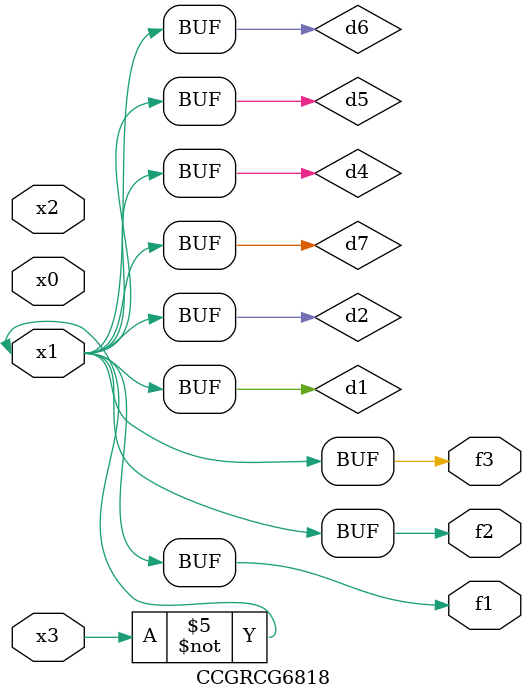
<source format=v>
module CCGRCG6818(
	input x0, x1, x2, x3,
	output f1, f2, f3
);

	wire d1, d2, d3, d4, d5, d6, d7;

	not (d1, x3);
	buf (d2, x1);
	xnor (d3, d1, d2);
	nor (d4, d1);
	buf (d5, d1, d2);
	buf (d6, d4, d5);
	nand (d7, d4);
	assign f1 = d6;
	assign f2 = d7;
	assign f3 = d6;
endmodule

</source>
